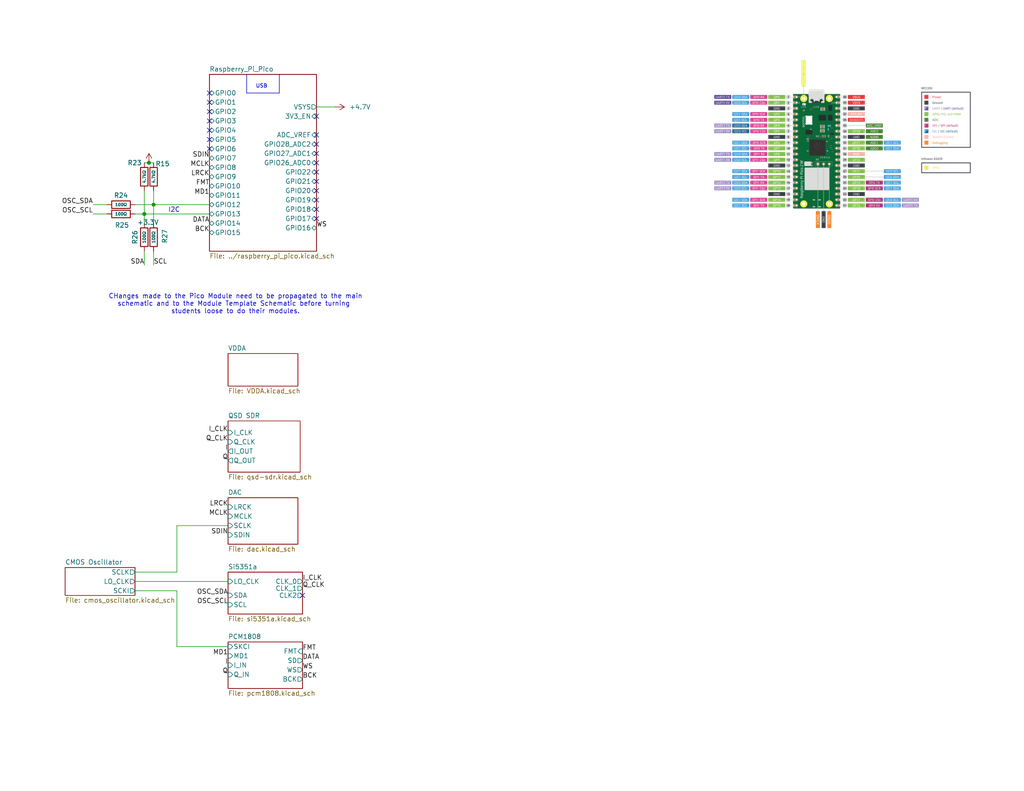
<source format=kicad_sch>
(kicad_sch (version 20250114) (generator "eeschema") (generator_version "9.0")
  (paper "USLetter")
  (lib_symbols
    (symbol "PCM_JLCPCB-Resistors:0805,100Ω" (pin_numbers (hide yes)) (pin_names (offset 0))
      (property "Reference" "R" (at 1.778 0 0))
      (property "Value" "100Ω" (at 0 0 90))
      (symbol "0805,100Ω_0_1"
        (rectangle (start -1.016 2.54) (end 1.016 -2.54) (stroke (width 0.254)))
      )
      (symbol "0805,100Ω_1_1"
        (pin passive line (at 0 3.81 270) (length 1.27) (name "~") (number "1"))
        (pin passive line (at 0 -3.81 90) (length 1.27) (name "~") (number "2"))
      )
    )
    (symbol "PCM_JLCPCB-Resistors:0805,4.7kΩ" (pin_numbers (hide yes)) (pin_names (offset 0))
      (property "Reference" "R" (at 1.778 0 0))
      (property "Value" "4.7kΩ" (at 0 0 90))
      (symbol "0805,4.7kΩ_0_1"
        (rectangle (start -1.016 2.54) (end 1.016 -2.54) (stroke (width 0.254)))
      )
      (symbol "0805,4.7kΩ_1_1"
        (pin passive line (at 0 3.81 270) (length 1.27) (name "~") (number "1"))
        (pin passive line (at 0 -3.81 90) (length 1.27) (name "~") (number "2"))
      )
    )
    (symbol "power:+3.3V" (power) (pin_names (offset 0))
      (property "Value" "+3.3V" (at 0 3.556 0))
      (symbol "+3.3V_0_1"
        (polyline (pts (xy -0.762 1.27) (xy 0 2.54)))
        (polyline (pts (xy 0 2.54) (xy 0.762 1.27)))
        (polyline (pts (xy 0 0) (xy 0 2.54)))
      )
      (symbol "+3.3V_1_1"
        (pin power_in line (at 0 0 90) (length 0) (hide yes) (name "+3.3V") (number "1"))
      )
    )
    (symbol "power:+5V" (power) (pin_names (offset 0))
      (property "Value" "+5V" (at 0 3.556 0))
      (symbol "+5V_0_1"
        (polyline (pts (xy -0.762 1.27) (xy 0 2.54)))
        (polyline (pts (xy 0 2.54) (xy 0.762 1.27)))
        (polyline (pts (xy 0 0) (xy 0 2.54)))
      )
      (symbol "+5V_1_1"
        (pin power_in line (at 0 0 90) (length 0) (hide yes) (name "+5V") (number "1"))
      )
    )
  )
  (text "CHanges made to the Pico Module need to be propagated to the main\nschematic and to the Module Template Schematic before turning \nstudents loose to do their modules." (at 64.262 83.058 0) (effects (font (size 1.27 1.27))))
  (text "I2C" (at 47.498 57.404 0) (effects (font (size 1.27 1.27))))
  (text "USB" (at 71.374 23.622 0) (effects (font (size 1.016 1.016))))
  (junction (at 39.37 58.42))
  (junction (at 40.64 44.45))
  (junction (at 41.91 55.88))
  (no_connect (at 86.36 59.69))
  (no_connect (at 86.36 49.53))
  (no_connect (at 57.15 27.94))
  (no_connect (at 57.15 25.4))
  (no_connect (at 86.36 44.45))
  (no_connect (at 57.15 35.56))
  (no_connect (at 57.15 30.48))
  (no_connect (at 86.36 52.07))
  (no_connect (at 57.15 33.02))
  (no_connect (at 86.36 54.61))
  (no_connect (at 82.55 162.56))
  (no_connect (at 86.36 46.99))
  (no_connect (at 57.15 40.64))
  (no_connect (at 86.36 39.37))
  (no_connect (at 86.36 36.83))
  (no_connect (at 57.15 38.1))
  (no_connect (at 86.36 41.91))
  (no_connect (at 86.36 57.15))
  (no_connect (at 86.36 31.75))
  (wire (pts (xy 36.83 55.88) (xy 41.91 55.88)))
  (wire (pts (xy 48.26 176.53) (xy 48.26 161.29)))
  (wire (pts (xy 41.91 68.58) (xy 41.91 72.39)))
  (wire (pts (xy 39.37 58.42) (xy 57.15 58.42)))
  (wire (pts (xy 39.37 68.58) (xy 39.37 72.39)))
  (polyline (pts (xy 67.31 25.4) (xy 76.2 25.4)))
  (wire (pts (xy 62.23 176.53) (xy 48.26 176.53)))
  (wire (pts (xy 41.91 52.07) (xy 41.91 55.88)))
  (wire (pts (xy 36.83 158.75) (xy 62.23 158.75)))
  (wire (pts (xy 25.4 58.42) (xy 29.21 58.42)))
  (wire (pts (xy 39.37 58.42) (xy 39.37 60.96)))
  (wire (pts (xy 39.37 52.07) (xy 39.37 58.42)))
  (wire (pts (xy 41.91 55.88) (xy 41.91 60.96)))
  (wire (pts (xy 39.37 44.45) (xy 40.64 44.45)))
  (wire (pts (xy 36.83 58.42) (xy 39.37 58.42)))
  (polyline (pts (xy 76.2 20.32) (xy 76.2 25.4)))
  (wire (pts (xy 91.44 29.21) (xy 86.36 29.21)))
  (wire (pts (xy 36.83 156.21) (xy 48.26 156.21)))
  (polyline (pts (xy 67.31 20.32) (xy 67.31 25.4)))
  (wire (pts (xy 48.26 143.51) (xy 62.23 143.51)))
  (wire (pts (xy 25.4 55.88) (xy 29.21 55.88)))
  (wire (pts (xy 48.26 156.21) (xy 48.26 143.51)))
  (wire (pts (xy 40.64 44.45) (xy 41.91 44.45)))
  (wire (pts (xy 48.26 161.29) (xy 36.83 161.29)))
  (wire (pts (xy 41.91 55.88) (xy 57.15 55.88)))
  (image (at 229.87 39.37))
  (label "WS" (at 82.55 182.88 0))
  (label "MCLK" (at 62.23 140.97 180))
  (label "SCL" (at 41.91 72.39 0))
  (label "OSC_SCL" (at 25.4 58.42 180))
  (label "I_CLK" (at 62.23 118.11 180))
  (label "DATA" (at 57.15 60.96 180))
  (label "BCK" (at 57.15 63.5 180))
  (label "Q_CLK" (at 62.23 120.65 180))
  (label "I" (at 62.23 123.19 180))
  (label "MCLK" (at 57.15 45.72 180))
  (label "OSC_SDA" (at 25.4 55.88 180))
  (label "Q" (at 62.23 184.15 180))
  (label "SDIN" (at 62.23 146.05 180))
  (label "OSC_SDA" (at 62.23 162.56 180))
  (label "Q" (at 62.23 125.73 180))
  (label "I_CLK" (at 82.55 158.75 0))
  (label "Q_CLK" (at 82.55 160.655 0))
  (label "SDA" (at 39.37 72.39 180))
  (label "SDIN" (at 57.15 43.18 180))
  (label "LRCK" (at 57.15 48.26 180))
  (label "WS" (at 86.36 62.23 0))
  (label "OSC_SCL" (at 62.23 165.1 180))
  (label "I" (at 62.23 181.61 180))
  (label "FMT" (at 57.15 50.8 180))
  (label "LRCK" (at 62.23 138.43 180))
  (label "FMT" (at 82.55 177.8 0))
  (label "BCK" (at 82.55 185.42 0))
  (label "DATA" (at 82.55 180.34 0))
  (label "MD1" (at 62.23 179.07 180))
  (label "MD1" (at 57.15 53.34 180))
  (symbol (lib_id "PCM_JLCPCB-Resistors:0805,100Ω") (at 41.91 64.77 180) (unit 1)
    (property "Reference" "R27" (at 44.958 64.516 90))
    (property "Value" "100Ω" (at 41.91 64.77 90) (effects (font (size 0.8 0.8))))
    (property "Footprint" "PCM_JLCPCB:R_0805" (effects (hide yes)))
    (property "Datasheet" "https://www.lcsc.com/datasheet/lcsc_datasheet_2411221126_UNI-ROYAL-Uniroyal-Elec-0805W8F1000T5E_C17408.pdf" (effects (hide yes)))
    (property "Description" "125mW Thick Film Resistors 150V ±100ppm/°C ±1% 100Ω 0805 Chip Resistor - Surface Mount ROHS" (effects (hide yes)))
    (property "LCSC" "C17408" (effects (hide yes)))
    (property "Stock" "3356429" (effects (hide yes)))
    (property "Price" "0.005USD" (effects (hide yes)))
    (property "Process" "SMT" (effects (hide yes)))
    (property "Minimum Qty" "20" (effects (hide yes)))
    (property "Attrition Qty" "10" (effects (hide yes)))
    (property "Class" "Basic Component" (effects (hide yes)))
    (property "Category" "Resistors,Chip Resistor - Surface Mount" (effects (hide yes)))
    (property "Manufacturer" "UNI-ROYAL(Uniroyal Elec)" (effects (hide yes)))
    (property "Part" "0805W8F1000T5E" (effects (hide yes)))
    (property "Resistance" "100Ω" (effects (hide yes)))
    (property "Power(Watts)" "125mW" (effects (hide yes)))
    (property "Type" "Thick Film Resistors" (effects (hide yes)))
    (property "Overload Voltage (Max)" "150V" (effects (hide yes)))
    (property "Operating Temperature Range" "-55°C~+155°C" (effects (hide yes)))
    (property "Tolerance" "±1%" (effects (hide yes)))
    (property "Temperature Coefficient" "±100ppm/°C" (effects (hide yes)))
  )
  (symbol (lib_id "PCM_JLCPCB-Resistors:0805,4.7kΩ") (at 39.37 48.26 0) (unit 1)
    (property "Reference" "R23" (at 34.798 44.45 0) (effects (justify left)))
    (property "Value" "4.7kΩ" (at 39.37 48.26 90) (effects (font (size 0.8 0.8))))
    (property "Footprint" "PCM_JLCPCB:R_0805" (effects (hide yes)))
    (property "Datasheet" "https://www.lcsc.com/datasheet/lcsc_datasheet_2206010200_UNI-ROYAL-Uniroyal-Elec-0805W8F4701T5E_C17673.pdf" (effects (hide yes)))
    (property "Description" "125mW Thick Film Resistors 150V ±100ppm/°C ±1% 4.7kΩ 0805 Chip Resistor - Surface Mount ROHS" (effects (hide yes)))
    (property "LCSC" "C17673" (effects (hide yes)))
    (property "Stock" "4733934" (effects (hide yes)))
    (property "Price" "0.005USD" (effects (hide yes)))
    (property "Process" "SMT" (effects (hide yes)))
    (property "Minimum Qty" "20" (effects (hide yes)))
    (property "Attrition Qty" "6" (effects (hide yes)))
    (property "Class" "Basic Component" (effects (hide yes)))
    (property "Category" "Resistors,Chip Resistor - Surface Mount" (effects (hide yes)))
    (property "Manufacturer" "UNI-ROYAL(Uniroyal Elec)" (effects (hide yes)))
    (property "Part" "0805W8F4701T5E" (effects (hide yes)))
    (property "Resistance" "4.7kΩ" (effects (hide yes)))
    (property "Power(Watts)" "125mW" (effects (hide yes)))
    (property "Type" "Thick Film Resistors" (effects (hide yes)))
    (property "Overload Voltage (Max)" "150V" (effects (hide yes)))
    (property "Operating Temperature Range" "-55°C~+155°C" (effects (hide yes)))
    (property "Tolerance" "±1%" (effects (hide yes)))
    (property "Temperature Coefficient" "±100ppm/°C" (effects (hide yes)))
  )
  (symbol (lib_id "power:+3.3V") (at 40.64 44.45 0) (mirror y) (unit 1)
    (property "Reference" "#PWR069" (effects (hide yes)))
    (property "Value" "+3.3V" (at 40.386 60.706 0))
  )
  (symbol (lib_id "PCM_JLCPCB-Resistors:0805,100Ω") (at 39.37 64.77 180) (unit 1)
    (property "Reference" "R26" (at 36.83 64.77 90))
    (property "Value" "100Ω" (at 39.37 64.77 90) (effects (font (size 0.8 0.8))))
    (property "Footprint" "PCM_JLCPCB:R_0805" (effects (hide yes)))
    (property "Datasheet" "https://www.lcsc.com/datasheet/lcsc_datasheet_2411221126_UNI-ROYAL-Uniroyal-Elec-0805W8F1000T5E_C17408.pdf" (effects (hide yes)))
    (property "Description" "125mW Thick Film Resistors 150V ±100ppm/°C ±1% 100Ω 0805 Chip Resistor - Surface Mount ROHS" (effects (hide yes)))
    (property "LCSC" "C17408" (effects (hide yes)))
    (property "Stock" "3356429" (effects (hide yes)))
    (property "Price" "0.005USD" (effects (hide yes)))
    (property "Process" "SMT" (effects (hide yes)))
    (property "Minimum Qty" "20" (effects (hide yes)))
    (property "Attrition Qty" "10" (effects (hide yes)))
    (property "Class" "Basic Component" (effects (hide yes)))
    (property "Category" "Resistors,Chip Resistor - Surface Mount" (effects (hide yes)))
    (property "Manufacturer" "UNI-ROYAL(Uniroyal Elec)" (effects (hide yes)))
    (property "Part" "0805W8F1000T5E" (effects (hide yes)))
    (property "Resistance" "100Ω" (effects (hide yes)))
    (property "Power(Watts)" "125mW" (effects (hide yes)))
    (property "Type" "Thick Film Resistors" (effects (hide yes)))
    (property "Overload Voltage (Max)" "150V" (effects (hide yes)))
    (property "Operating Temperature Range" "-55°C~+155°C" (effects (hide yes)))
    (property "Tolerance" "±1%" (effects (hide yes)))
    (property "Temperature Coefficient" "±100ppm/°C" (effects (hide yes)))
  )
  (symbol (lib_id "power:+5V") (at 91.44 29.21 270) (mirror x) (unit 1)
    (property "Reference" "#PWR070" (effects (hide yes)))
    (property "Value" "+4.7V" (at 95.25 29.2099 90) (effects (justify left)))
  )
  (symbol (lib_id "PCM_JLCPCB-Resistors:0805,100Ω") (at 33.02 55.88 90) (unit 1)
    (property "Reference" "R24" (at 33.02 53.34 90))
    (property "Value" "100Ω" (at 33.02 55.88 90) (effects (font (size 0.8 0.8))))
    (property "Footprint" "PCM_JLCPCB:R_0805" (effects (hide yes)))
    (property "Datasheet" "https://www.lcsc.com/datasheet/lcsc_datasheet_2411221126_UNI-ROYAL-Uniroyal-Elec-0805W8F1000T5E_C17408.pdf" (effects (hide yes)))
    (property "Description" "125mW Thick Film Resistors 150V ±100ppm/°C ±1% 100Ω 0805 Chip Resistor - Surface Mount ROHS" (effects (hide yes)))
    (property "LCSC" "C17408" (effects (hide yes)))
    (property "Stock" "3356429" (effects (hide yes)))
    (property "Price" "0.005USD" (effects (hide yes)))
    (property "Process" "SMT" (effects (hide yes)))
    (property "Minimum Qty" "20" (effects (hide yes)))
    (property "Attrition Qty" "10" (effects (hide yes)))
    (property "Class" "Basic Component" (effects (hide yes)))
    (property "Category" "Resistors,Chip Resistor - Surface Mount" (effects (hide yes)))
    (property "Manufacturer" "UNI-ROYAL(Uniroyal Elec)" (effects (hide yes)))
    (property "Part" "0805W8F1000T5E" (effects (hide yes)))
    (property "Resistance" "100Ω" (effects (hide yes)))
    (property "Power(Watts)" "125mW" (effects (hide yes)))
    (property "Type" "Thick Film Resistors" (effects (hide yes)))
    (property "Overload Voltage (Max)" "150V" (effects (hide yes)))
    (property "Operating Temperature Range" "-55°C~+155°C" (effects (hide yes)))
    (property "Tolerance" "±1%" (effects (hide yes)))
    (property "Temperature Coefficient" "±100ppm/°C" (effects (hide yes)))
  )
  (symbol (lib_id "PCM_JLCPCB-Resistors:0805,100Ω") (at 33.02 58.42 90) (unit 1)
    (property "Reference" "R25" (at 33.274 61.468 90))
    (property "Value" "100Ω" (at 33.02 58.42 90) (effects (font (size 0.8 0.8))))
    (property "Footprint" "PCM_JLCPCB:R_0805" (effects (hide yes)))
    (property "Datasheet" "https://www.lcsc.com/datasheet/lcsc_datasheet_2411221126_UNI-ROYAL-Uniroyal-Elec-0805W8F1000T5E_C17408.pdf" (effects (hide yes)))
    (property "Description" "125mW Thick Film Resistors 150V ±100ppm/°C ±1% 100Ω 0805 Chip Resistor - Surface Mount ROHS" (effects (hide yes)))
    (property "LCSC" "C17408" (effects (hide yes)))
    (property "Stock" "3356429" (effects (hide yes)))
    (property "Price" "0.005USD" (effects (hide yes)))
    (property "Process" "SMT" (effects (hide yes)))
    (property "Minimum Qty" "20" (effects (hide yes)))
    (property "Attrition Qty" "10" (effects (hide yes)))
    (property "Class" "Basic Component" (effects (hide yes)))
    (property "Category" "Resistors,Chip Resistor - Surface Mount" (effects (hide yes)))
    (property "Manufacturer" "UNI-ROYAL(Uniroyal Elec)" (effects (hide yes)))
    (property "Part" "0805W8F1000T5E" (effects (hide yes)))
    (property "Resistance" "100Ω" (effects (hide yes)))
    (property "Power(Watts)" "125mW" (effects (hide yes)))
    (property "Type" "Thick Film Resistors" (effects (hide yes)))
    (property "Overload Voltage (Max)" "150V" (effects (hide yes)))
    (property "Operating Temperature Range" "-55°C~+155°C" (effects (hide yes)))
    (property "Tolerance" "±1%" (effects (hide yes)))
    (property "Temperature Coefficient" "±100ppm/°C" (effects (hide yes)))
  )
  (symbol (lib_id "PCM_JLCPCB-Resistors:0805,4.7kΩ") (at 41.91 48.26 0) (unit 1)
    (property "Reference" "R15" (at 42.418 44.704 0) (effects (justify left)))
    (property "Value" "4.7kΩ" (at 41.91 48.26 90) (effects (font (size 0.8 0.8))))
    (property "Footprint" "PCM_JLCPCB:R_0805" (effects (hide yes)))
    (property "Datasheet" "https://www.lcsc.com/datasheet/lcsc_datasheet_2206010200_UNI-ROYAL-Uniroyal-Elec-0805W8F4701T5E_C17673.pdf" (effects (hide yes)))
    (property "Description" "125mW Thick Film Resistors 150V ±100ppm/°C ±1% 4.7kΩ 0805 Chip Resistor - Surface Mount ROHS" (effects (hide yes)))
    (property "LCSC" "C17673" (effects (hide yes)))
    (property "Stock" "4733934" (effects (hide yes)))
    (property "Price" "0.005USD" (effects (hide yes)))
    (property "Process" "SMT" (effects (hide yes)))
    (property "Minimum Qty" "20" (effects (hide yes)))
    (property "Attrition Qty" "6" (effects (hide yes)))
    (property "Class" "Basic Component" (effects (hide yes)))
    (property "Category" "Resistors,Chip Resistor - Surface Mount" (effects (hide yes)))
    (property "Manufacturer" "UNI-ROYAL(Uniroyal Elec)" (effects (hide yes)))
    (property "Part" "0805W8F4701T5E" (effects (hide yes)))
    (property "Resistance" "4.7kΩ" (effects (hide yes)))
    (property "Power(Watts)" "125mW" (effects (hide yes)))
    (property "Type" "Thick Film Resistors" (effects (hide yes)))
    (property "Overload Voltage (Max)" "150V" (effects (hide yes)))
    (property "Operating Temperature Range" "-55°C~+155°C" (effects (hide yes)))
    (property "Tolerance" "±1%" (effects (hide yes)))
    (property "Temperature Coefficient" "±100ppm/°C" (effects (hide yes)))
  )
  (sheet (at 62.23 175.26) (size 20.32 12.7) (stroke (width 0.1524))
    (property "Sheetname" "PCM1808" (at 62.23 174.5484 0) (effects (justify left bottom)))
    (property "Sheetfile" "pcm1808.kicad_sch" (at 62.23 188.5446 0) (effects (justify left top)))
    (pin "BCK" output (at 82.55 185.42 0))
    (pin "I_IN" input (at 62.23 181.61 180))
    (pin "Q_IN" input (at 62.23 184.15 180))
    (pin "SD" output (at 82.55 180.34 0))
    (pin "WS" output (at 82.55 182.88 0))
    (pin "MD1" input (at 62.23 179.07 180))
    (pin "FMT" input (at 82.55 177.8 0))
    (pin "SKCI" input (at 62.23 176.53 180))
  )
  (sheet (at 17.78 154.94) (size 19.05 7.62) (stroke (width 0.1524))
    (property "Sheetname" "CMOS Oscillator" (at 17.78 154.2284 0) (effects (justify left bottom)))
    (property "Sheetfile" "cmos_oscillator.kicad_sch" (at 17.78 163.1446 0) (effects (justify left top)))
    (pin "LO_CLK" output (at 36.83 158.75 0))
    (pin "SCKI" output (at 36.83 161.29 0))
    (pin "SCLK" output (at 36.83 156.21 0))
  )
  (sheet (at 62.23 135.89) (size 19.05 12.7) (stroke (width 0.1524))
    (property "Sheetname" "DAC" (at 62.23 135.1784 0) (effects (justify left bottom)))
    (property "Sheetfile" "dac.kicad_sch" (at 62.23 149.1746 0) (effects (justify left top)))
    (pin "LRCK" input (at 62.23 138.43 180))
    (pin "MCLK" input (at 62.23 140.97 180))
    (pin "SCLK" input (at 62.23 143.51 180))
    (pin "SDIN" input (at 62.23 146.05 180))
  )
  (sheet (at 62.23 156.21) (size 20.32 11.43) (stroke (width 0.1524))
    (property "Sheetname" "Si5351a" (at 62.23 155.4984 0) (effects (justify left bottom)))
    (property "Sheetfile" "si5351a.kicad_sch" (at 62.23 168.2246 0) (effects (justify left top)))
    (pin "SDA" input (at 62.23 162.56 180))
    (pin "SCL" input (at 62.23 165.1 180))
    (pin "CLK_0" output (at 82.55 158.75 0))
    (pin "CLK_1" output (at 82.55 160.655 0))
    (pin "CLK2" output (at 82.55 162.56 0))
    (pin "LO_CLK" input (at 62.23 158.75 180))
  )
  (sheet (at 62.23 114.935) (size 19.685 13.97) (stroke (width 0.1524))
    (property "Sheetname" "QSD SDR" (at 62.23 114.2234 0) (effects (justify left bottom)))
    (property "Sheetfile" "qsd-sdr.kicad_sch" (at 62.23 129.4896 0) (effects (justify left top)))
    (pin "I_CLK" input (at 62.23 118.11 180))
    (pin "Q_CLK" input (at 62.23 120.65 180))
    (pin "I_OUT" output (at 62.23 123.19 180))
    (pin "Q_OUT" output (at 62.23 125.73 180))
  )
  (sheet (at 62.23 96.52) (size 19.05 8.89) (stroke (width 0.1524))
    (property "Sheetname" "VDDA" (at 62.23 95.8084 0) (effects (justify left bottom)))
    (property "Sheetfile" "VDDA.kicad_sch" (at 62.23 105.9946 0) (effects (justify left top)))
  )
  (sheet (at 57.15 20.32) (size 29.21 48.26) (stroke (width 0.1524))
    (property "Sheetname" "Raspberry_Pi_Pico" (at 57.15 19.6084 0) (effects (justify left bottom)))
    (property "Sheetfile" "../raspberry_pi_pico.kicad_sch" (at 57.15 69.1646 0) (effects (justify left top)))
    (pin "GPIO28_ADC2" bidirectional (at 86.36 39.37 0))
    (pin "GPIO26_ADC0" bidirectional (at 86.36 44.45 0))
    (pin "ADC_VREF" input (at 86.36 36.83 0))
    (pin "GPIO27_ADC1" bidirectional (at 86.36 41.91 0))
    (pin "VSYS" output (at 86.36 29.21 0))
    (pin "3V3_EN" input (at 86.36 31.75 0))
    (pin "GPIO18" bidirectional (at 86.36 57.15 0))
    (pin "GPIO21" bidirectional (at 86.36 49.53 0))
    (pin "GPIO19" bidirectional (at 86.36 54.61 0))
    (pin "GPIO20" bidirectional (at 86.36 52.07 0))
    (pin "GPIO22" bidirectional (at 86.36 46.99 0))
    (pin "GPIO17" bidirectional (at 86.36 59.69 0))
    (pin "GPIO16" bidirectional (at 86.36 62.23 0))
    (pin "GPIO4" bidirectional (at 57.15 35.56 180))
    (pin "GPIO8" bidirectional (at 57.15 45.72 180))
    (pin "GPIO0" bidirectional (at 57.15 25.4 180))
    (pin "GPIO1" bidirectional (at 57.15 27.94 180))
    (pin "GPIO2" bidirectional (at 57.15 30.48 180))
    (pin "GPIO3" bidirectional (at 57.15 33.02 180))
    (pin "GPIO7" bidirectional (at 57.15 43.18 180))
    (pin "GPIO5" bidirectional (at 57.15 38.1 180))
    (pin "GPIO6" bidirectional (at 57.15 40.64 180))
    (pin "GPIO9" bidirectional (at 57.15 48.26 180))
    (pin "GPIO10" bidirectional (at 57.15 50.8 180))
    (pin "GPIO11" bidirectional (at 57.15 53.34 180))
    (pin "GPIO12" bidirectional (at 57.15 55.88 180))
    (pin "GPIO13" bidirectional (at 57.15 58.42 180))
    (pin "GPIO14" bidirectional (at 57.15 60.96 180))
    (pin "GPIO15" bidirectional (at 57.15 63.5 180))
  )
)
</source>
